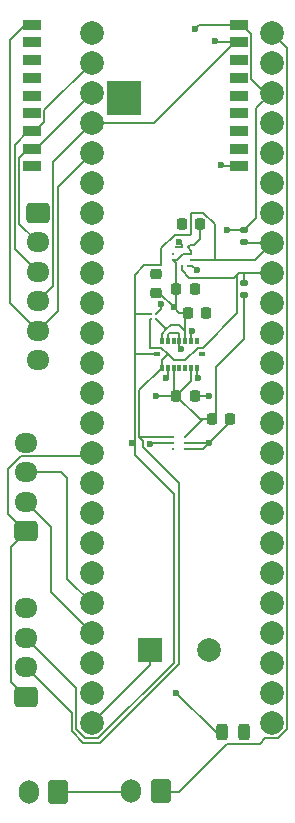
<source format=gbr>
%TF.GenerationSoftware,KiCad,Pcbnew,9.0.4*%
%TF.CreationDate,2025-10-31T11:16:09-04:00*%
%TF.ProjectId,Ethan PCB,45746861-6e20-4504-9342-2e6b69636164,rev?*%
%TF.SameCoordinates,Original*%
%TF.FileFunction,Copper,L2,Bot*%
%TF.FilePolarity,Positive*%
%FSLAX46Y46*%
G04 Gerber Fmt 4.6, Leading zero omitted, Abs format (unit mm)*
G04 Created by KiCad (PCBNEW 9.0.4) date 2025-10-31 11:16:09*
%MOMM*%
%LPD*%
G01*
G04 APERTURE LIST*
G04 Aperture macros list*
%AMRoundRect*
0 Rectangle with rounded corners*
0 $1 Rounding radius*
0 $2 $3 $4 $5 $6 $7 $8 $9 X,Y pos of 4 corners*
0 Add a 4 corners polygon primitive as box body*
4,1,4,$2,$3,$4,$5,$6,$7,$8,$9,$2,$3,0*
0 Add four circle primitives for the rounded corners*
1,1,$1+$1,$2,$3*
1,1,$1+$1,$4,$5*
1,1,$1+$1,$6,$7*
1,1,$1+$1,$8,$9*
0 Add four rect primitives between the rounded corners*
20,1,$1+$1,$2,$3,$4,$5,0*
20,1,$1+$1,$4,$5,$6,$7,0*
20,1,$1+$1,$6,$7,$8,$9,0*
20,1,$1+$1,$8,$9,$2,$3,0*%
G04 Aperture macros list end*
%TA.AperFunction,ComponentPad*%
%ADD10RoundRect,0.250000X0.600000X0.750000X-0.600000X0.750000X-0.600000X-0.750000X0.600000X-0.750000X0*%
%TD*%
%TA.AperFunction,ComponentPad*%
%ADD11O,1.700000X2.000000*%
%TD*%
%TA.AperFunction,ComponentPad*%
%ADD12C,2.000000*%
%TD*%
%TA.AperFunction,ComponentPad*%
%ADD13RoundRect,0.250000X-0.725000X0.600000X-0.725000X-0.600000X0.725000X-0.600000X0.725000X0.600000X0*%
%TD*%
%TA.AperFunction,ComponentPad*%
%ADD14O,1.950000X1.700000*%
%TD*%
%TA.AperFunction,ComponentPad*%
%ADD15RoundRect,0.250000X0.725000X-0.600000X0.725000X0.600000X-0.725000X0.600000X-0.725000X-0.600000X0*%
%TD*%
%TA.AperFunction,SMDPad,CuDef*%
%ADD16R,1.500000X0.900000*%
%TD*%
%TA.AperFunction,HeatsinkPad*%
%ADD17R,2.900000X2.900000*%
%TD*%
%TA.AperFunction,SMDPad,CuDef*%
%ADD18R,0.350000X0.590000*%
%TD*%
%TA.AperFunction,SMDPad,CuDef*%
%ADD19R,0.590000X0.350000*%
%TD*%
%TA.AperFunction,SMDPad,CuDef*%
%ADD20RoundRect,0.225000X0.250000X-0.225000X0.250000X0.225000X-0.250000X0.225000X-0.250000X-0.225000X0*%
%TD*%
%TA.AperFunction,SMDPad,CuDef*%
%ADD21RoundRect,0.225000X0.225000X0.250000X-0.225000X0.250000X-0.225000X-0.250000X0.225000X-0.250000X0*%
%TD*%
%TA.AperFunction,SMDPad,CuDef*%
%ADD22RoundRect,0.135000X0.185000X-0.135000X0.185000X0.135000X-0.185000X0.135000X-0.185000X-0.135000X0*%
%TD*%
%TA.AperFunction,SMDPad,CuDef*%
%ADD23R,0.279400X0.254000*%
%TD*%
%TA.AperFunction,SMDPad,CuDef*%
%ADD24R,0.254000X0.254000*%
%TD*%
%TA.AperFunction,SMDPad,CuDef*%
%ADD25RoundRect,0.225000X-0.225000X-0.250000X0.225000X-0.250000X0.225000X0.250000X-0.225000X0.250000X0*%
%TD*%
%TA.AperFunction,SMDPad,CuDef*%
%ADD26C,0.260000*%
%TD*%
%TA.AperFunction,SMDPad,CuDef*%
%ADD27RoundRect,0.135000X-0.185000X0.135000X-0.185000X-0.135000X0.185000X-0.135000X0.185000X0.135000X0*%
%TD*%
%TA.AperFunction,SMDPad,CuDef*%
%ADD28RoundRect,0.243750X0.243750X0.456250X-0.243750X0.456250X-0.243750X-0.456250X0.243750X-0.456250X0*%
%TD*%
%TA.AperFunction,SMDPad,CuDef*%
%ADD29C,0.203200*%
%TD*%
%TA.AperFunction,ComponentPad*%
%ADD30R,2.000000X2.000000*%
%TD*%
%TA.AperFunction,ViaPad*%
%ADD31C,0.600000*%
%TD*%
%TA.AperFunction,Conductor*%
%ADD32C,0.200000*%
%TD*%
%TA.AperFunction,Conductor*%
%ADD33C,0.150000*%
%TD*%
G04 APERTURE END LIST*
D10*
%TO.P,J2,1,Pin_1*%
%TO.N,Net-(D1-A)*%
X94900000Y-101500000D03*
D11*
%TO.P,J2,2,Pin_2*%
%TO.N,Net-(J2-Pin_2)*%
X92400000Y-101500000D03*
%TD*%
D12*
%TO.P,Teensy4.1,G2,GND*%
%TO.N,GND*%
X104305000Y-72855000D03*
%TO.P,Teensy4.1,G1,GND*%
X104305000Y-39835000D03*
%TO.P,Teensy4.1,G,GND*%
X89065000Y-37295000D03*
%TO.P,Teensy4.1,41,A17*%
%TO.N,unconnected-(Teensy4.1-A17-Pad41)*%
X104305000Y-75395000D03*
%TO.P,Teensy4.1,40,A16*%
%TO.N,unconnected-(Teensy4.1-A16-Pad40)*%
X104305000Y-77935000D03*
%TO.P,Teensy4.1,39,MISO1*%
%TO.N,unconnected-(Teensy4.1-MISO1-Pad39)*%
X104305000Y-80475000D03*
%TO.P,Teensy4.1,38,CS1*%
%TO.N,unconnected-(Teensy4.1-CS1-Pad38)*%
X104305000Y-83015000D03*
%TO.P,Teensy4.1,37,PWM*%
%TO.N,unconnected-(Teensy4.1-PWM-Pad37)*%
X104305000Y-85555000D03*
%TO.P,Teensy4.1,36,PWM*%
%TO.N,unconnected-(Teensy4.1-PWM-Pad36)*%
X104305000Y-88095000D03*
%TO.P,Teensy4.1,35,TX8*%
%TO.N,unconnected-(Teensy4.1-TX8-Pad35)*%
X104305000Y-90635000D03*
%TO.P,Teensy4.1,34,RX8*%
%TO.N,unconnected-(Teensy4.1-RX8-Pad34)*%
X104305000Y-93175000D03*
%TO.P,Teensy4.1,33,PWM*%
%TO.N,unconnected-(Teensy4.1-PWM-Pad33)*%
X104305000Y-95715000D03*
%TO.P,Teensy4.1,32,GPIO*%
%TO.N,Net-(BZ1-+)*%
X89065000Y-95715000D03*
%TO.P,Teensy4.1,31,GPIO*%
%TO.N,Net-(D2-A)*%
X89065000Y-93175000D03*
%TO.P,Teensy4.1,30,GPIO*%
%TO.N,unconnected-(Teensy4.1-GPIO-Pad30)*%
X89065000Y-90635000D03*
%TO.P,Teensy4.1,29,TX7*%
%TO.N,/<NO NET>*%
X89065000Y-88095000D03*
%TO.P,Teensy4.1,28,RX7*%
%TO.N,/RX2*%
X89065000Y-85555000D03*
%TO.P,Teensy4.1,27,SCK1*%
%TO.N,unconnected-(Teensy4.1-SCK1-Pad27)*%
X89065000Y-83015000D03*
%TO.P,Teensy4.1,26,MOSI1*%
%TO.N,unconnected-(Teensy4.1-MOSI1-Pad26)*%
X89065000Y-80475000D03*
%TO.P,Teensy4.1,25,SDA2*%
%TO.N,unconnected-(Teensy4.1-SDA2-Pad25)*%
X89065000Y-77935000D03*
%TO.P,Teensy4.1,24,SCL2*%
%TO.N,unconnected-(Teensy4.1-SCL2-Pad24)*%
X89065000Y-75395000D03*
%TO.P,Teensy4.1,23,PWM*%
%TO.N,unconnected-(Teensy4.1-PWM-Pad23)*%
X104305000Y-44915000D03*
%TO.P,Teensy4.1,22,PWM*%
%TO.N,unconnected-(Teensy4.1-PWM-Pad22)*%
X104305000Y-47455000D03*
%TO.P,Teensy4.1,21,RX5*%
%TO.N,unconnected-(Teensy4.1-RX5-Pad21)*%
X104305000Y-49995000D03*
%TO.P,Teensy4.1,20,TX5*%
%TO.N,unconnected-(Teensy4.1-TX5-Pad20)*%
X104305000Y-52535000D03*
%TO.P,Teensy4.1,19,SCL*%
%TO.N,SCL*%
X104305000Y-55075000D03*
%TO.P,Teensy4.1,18,SDA*%
%TO.N,SDA*%
X104305000Y-57615000D03*
%TO.P,Teensy4.1,17,A3*%
%TO.N,unconnected-(Teensy4.1-A3-Pad17)*%
X104305000Y-60155000D03*
%TO.P,Teensy4.1,16,A2*%
%TO.N,unconnected-(Teensy4.1-A2-Pad16)*%
X104305000Y-62695000D03*
%TO.P,Teensy4.1,15,A1*%
%TO.N,unconnected-(Teensy4.1-A1-Pad15)*%
X104305000Y-65235000D03*
%TO.P,Teensy4.1,14,A0*%
%TO.N,unconnected-(Teensy4.1-A0-Pad14)*%
X104305000Y-67775000D03*
%TO.P,Teensy4.1,13,SCK*%
%TO.N,unconnected-(Teensy4.1-SCK-Pad13)*%
X104305000Y-70315000D03*
%TO.P,Teensy4.1,12,MISO*%
%TO.N,unconnected-(Teensy4.1-MISO-Pad12)*%
X89065000Y-70315000D03*
%TO.P,Teensy4.1,11,MOSI*%
%TO.N,unconnected-(Teensy4.1-MOSI-Pad11)*%
X89065000Y-67775000D03*
%TO.P,Teensy4.1,10,CS*%
%TO.N,unconnected-(Teensy4.1-CS-Pad10)*%
X89065000Y-65235000D03*
%TO.P,Teensy4.1,9,PWM*%
%TO.N,unconnected-(Teensy4.1-PWM-Pad9)*%
X89065000Y-62695000D03*
%TO.P,Teensy4.1,8,TX2*%
%TO.N,unconnected-(Teensy4.1-TX2-Pad8)*%
X89065000Y-60155000D03*
%TO.P,Teensy4.1,7,RX2*%
%TO.N,unconnected-(Teensy4.1-RX2-Pad7)*%
X89065000Y-57615000D03*
%TO.P,Teensy4.1,6,PWM*%
%TO.N,unconnected-(Teensy4.1-PWM-Pad6)*%
X89065000Y-55075000D03*
%TO.P,Teensy4.1,5V,VIN*%
%TO.N,Net-(D1-A)*%
X104305000Y-37295000D03*
%TO.P,Teensy4.1,5,PWM*%
%TO.N,unconnected-(Teensy4.1-PWM-Pad5)*%
X89065000Y-52535000D03*
%TO.P,Teensy4.1,4,PWM*%
%TO.N,unconnected-(Teensy4.1-PWM-Pad4)*%
X89065000Y-49995000D03*
%TO.P,Teensy4.1,3V1,3.3V*%
%TO.N,+3.3V*%
X104305000Y-42375000D03*
%TO.P,Teensy4.1,3V,3.3V*%
X89065000Y-72855000D03*
%TO.P,Teensy4.1,3,PWM*%
%TO.N,/IO0*%
X89065000Y-47455000D03*
%TO.P,Teensy4.1,2,PWM*%
%TO.N,/EN*%
X89065000Y-44915000D03*
%TO.P,Teensy4.1,1,TX1*%
%TO.N,/TX1*%
X89065000Y-42375000D03*
%TO.P,Teensy4.1,0,RX1*%
%TO.N,/RX1*%
X89065000Y-39835000D03*
%TD*%
D13*
%TO.P,J5,1,Pin_1*%
%TO.N,+3.3V*%
X84500000Y-52500000D03*
D14*
%TO.P,J5,2,Pin_2*%
%TO.N,/TX1*%
X84500000Y-55000000D03*
%TO.P,J5,3,Pin_3*%
%TO.N,/RX1*%
X84500000Y-57500000D03*
%TO.P,J5,4,Pin_4*%
%TO.N,/EN*%
X84500000Y-60000000D03*
%TO.P,J5,5,Pin_5*%
%TO.N,/IO0*%
X84500000Y-62500000D03*
%TO.P,J5,6,Pin_6*%
%TO.N,GND*%
X84500000Y-65000000D03*
%TD*%
D10*
%TO.P,J4,1,Pin_1*%
%TO.N,Net-(J2-Pin_2)*%
X86250000Y-101525000D03*
D11*
%TO.P,J4,2,Pin_2*%
%TO.N,GND*%
X83750000Y-101525000D03*
%TD*%
D15*
%TO.P,J3,1,Pin_1*%
%TO.N,+3.3V*%
X83500000Y-93500000D03*
D14*
%TO.P,J3,2,Pin_2*%
%TO.N,SDA*%
X83500000Y-91000000D03*
%TO.P,J3,3,Pin_3*%
%TO.N,SCL*%
X83500000Y-88500000D03*
%TO.P,J3,4,Pin_4*%
%TO.N,GND*%
X83500000Y-86000000D03*
%TD*%
D15*
%TO.P,J1,1,Pin_1*%
%TO.N,+3.3V*%
X83500000Y-79500000D03*
D14*
%TO.P,J1,2,Pin_2*%
%TO.N,/<NO NET>*%
X83500000Y-77000000D03*
%TO.P,J1,3,Pin_3*%
%TO.N,/RX2*%
X83500000Y-74500000D03*
%TO.P,J1,4,Pin_4*%
%TO.N,GND*%
X83500000Y-72000000D03*
%TD*%
D16*
%TO.P,U4,1,3V3*%
%TO.N,+3.3V*%
X101500000Y-36600000D03*
%TO.P,U4,2,EN*%
%TO.N,/EN*%
X101500000Y-38100000D03*
%TO.P,U4,3,IO4*%
%TO.N,unconnected-(U4-IO4-Pad3)*%
X101500000Y-39600000D03*
%TO.P,U4,4,IO5*%
%TO.N,unconnected-(U4-IO5-Pad4)*%
X101500000Y-41100000D03*
%TO.P,U4,5,IO6*%
%TO.N,unconnected-(U4-IO6-Pad5)*%
X101500000Y-42600000D03*
%TO.P,U4,6,IO7*%
%TO.N,unconnected-(U4-IO7-Pad6)*%
X101500000Y-44100000D03*
%TO.P,U4,7,IO8*%
%TO.N,unconnected-(U4-IO8-Pad7)*%
X101500000Y-45600000D03*
%TO.P,U4,8,IO9*%
%TO.N,unconnected-(U4-IO9-Pad8)*%
X101500000Y-47100000D03*
%TO.P,U4,9,GND*%
%TO.N,GND*%
X101500000Y-48600000D03*
%TO.P,U4,10,IO10*%
%TO.N,unconnected-(U4-IO10-Pad10)*%
X84000000Y-48600000D03*
%TO.P,U4,11,IO20/RXD*%
%TO.N,/TX1*%
X84000000Y-47100000D03*
%TO.P,U4,12,IO21/TXD*%
%TO.N,/RX1*%
X84000000Y-45600000D03*
%TO.P,U4,13,IO18*%
%TO.N,unconnected-(U4-IO18-Pad13)*%
X84000000Y-44100000D03*
%TO.P,U4,14,IO19*%
%TO.N,unconnected-(U4-IO19-Pad14)*%
X84000000Y-42600000D03*
%TO.P,U4,15,IO3*%
%TO.N,unconnected-(U4-IO3-Pad15)*%
X84000000Y-41100000D03*
%TO.P,U4,16,IO2*%
%TO.N,unconnected-(U4-IO2-Pad16)*%
X84000000Y-39600000D03*
%TO.P,U4,17,IO1*%
%TO.N,unconnected-(U4-IO1-Pad17)*%
X84000000Y-38100000D03*
%TO.P,U4,18,IO0*%
%TO.N,/IO0*%
X84000000Y-36600000D03*
D17*
%TO.P,U4,19,GND*%
%TO.N,GND*%
X91790000Y-42800000D03*
%TD*%
D18*
%TO.P,U5,1,INT2*%
%TO.N,unconnected-(U5-INT2-Pad1)*%
X98000000Y-63335000D03*
%TO.P,U5,2,NC*%
%TO.N,GND*%
X97500000Y-63335000D03*
%TO.P,U5,3,VDD*%
%TO.N,+3.3V*%
X97000000Y-63335000D03*
%TO.P,U5,4,GNDA*%
%TO.N,GND*%
X96500000Y-63335000D03*
%TO.P,U5,5,CSB2*%
%TO.N,unconnected-(U5-CSB2-Pad5)*%
X96000000Y-63335000D03*
%TO.P,U5,6,GNDIO*%
%TO.N,GND*%
X95500000Y-63335000D03*
%TO.P,U5,7,PS*%
%TO.N,+3.3V*%
X95000000Y-63335000D03*
D19*
%TO.P,U5,8,SCL/SCK*%
%TO.N,SCL*%
X94585000Y-64500000D03*
D18*
%TO.P,U5,9,SDA/SDI*%
%TO.N,SDA*%
X95000000Y-65665000D03*
%TO.P,U5,10,SDO2*%
%TO.N,GND*%
X95500000Y-65665000D03*
%TO.P,U5,11,VDDIO*%
%TO.N,+3.3V*%
X96000000Y-65665000D03*
%TO.P,U5,12,INT3*%
%TO.N,unconnected-(U5-INT3-Pad12)*%
X96500000Y-65665000D03*
%TO.P,U5,13,INT4*%
%TO.N,unconnected-(U5-INT4-Pad13)*%
X97000000Y-65665000D03*
%TO.P,U5,14,CSB1*%
%TO.N,+3.3V*%
X97500000Y-65665000D03*
%TO.P,U5,15,SDO1*%
%TO.N,GND*%
X98000000Y-65665000D03*
D19*
%TO.P,U5,16,INT1*%
%TO.N,unconnected-(U5-INT1-Pad16)*%
X98415000Y-64500000D03*
%TD*%
D20*
%TO.P,C6,1*%
%TO.N,+3.3V*%
X94500000Y-59275000D03*
%TO.P,C6,2*%
%TO.N,GND*%
X94500000Y-57725000D03*
%TD*%
D21*
%TO.P,C7,1*%
%TO.N,GND*%
X100775000Y-70000000D03*
%TO.P,C7,2*%
%TO.N,+3.3V*%
X99225000Y-70000000D03*
%TD*%
D22*
%TO.P,R1,1*%
%TO.N,SCL*%
X102000000Y-55010000D03*
%TO.P,R1,2*%
%TO.N,+3.3V*%
X102000000Y-53990000D03*
%TD*%
D23*
%TO.P,U2,1,VDDIO*%
%TO.N,+3.3V*%
X97445301Y-55976999D03*
%TO.P,U2,2,SCK*%
%TO.N,SCL*%
X97445301Y-56476999D03*
D24*
%TO.P,U2,3,VSS*%
%TO.N,GND*%
X97184999Y-57000000D03*
%TO.P,U2,4,SDI*%
%TO.N,SDA*%
X96685000Y-57000000D03*
%TO.P,U2,5,SDO*%
%TO.N,+3.3V*%
X96185001Y-57000000D03*
D23*
%TO.P,U2,6,CSB*%
X95924699Y-56476999D03*
%TO.P,U2,7,INT*%
%TO.N,unconnected-(U2-INT-Pad7)*%
X95924699Y-55976999D03*
D24*
%TO.P,U2,8,VSS*%
%TO.N,GND*%
X96185001Y-55453998D03*
%TO.P,U2,9,VSS*%
X96685000Y-55453998D03*
%TO.P,U2,10,VDD*%
%TO.N,+3.3V*%
X97184999Y-55453998D03*
%TD*%
D25*
%TO.P,C4,1*%
%TO.N,+3.3V*%
X96225000Y-59000000D03*
%TO.P,C4,2*%
%TO.N,GND*%
X97775000Y-59000000D03*
%TD*%
D21*
%TO.P,C3,1*%
%TO.N,GND*%
X97775000Y-68000000D03*
%TO.P,C3,2*%
%TO.N,+3.3V*%
X96225000Y-68000000D03*
%TD*%
D26*
%TO.P,U1,A1,VDD*%
%TO.N,+3.3V*%
X96975000Y-71490000D03*
%TO.P,U1,A2,SDA*%
%TO.N,SDA*%
X95975000Y-71490000D03*
%TO.P,U1,B1,ADDR*%
%TO.N,GND*%
X96975000Y-71990000D03*
%TO.P,U1,B2,SCL*%
%TO.N,SCL*%
X95975000Y-71990000D03*
%TO.P,U1,C1,GND*%
%TO.N,GND*%
X96975000Y-72490000D03*
%TO.P,U1,C2,DRDY/INT*%
%TO.N,unconnected-(U1-DRDY{slash}INT-PadC2)*%
X95975000Y-72490000D03*
%TD*%
D25*
%TO.P,C5,1*%
%TO.N,+3.3V*%
X97225000Y-61000000D03*
%TO.P,C5,2*%
%TO.N,GND*%
X98775000Y-61000000D03*
%TD*%
D27*
%TO.P,R2,1*%
%TO.N,SDA*%
X102000000Y-58490000D03*
%TO.P,R2,2*%
%TO.N,+3.3V*%
X102000000Y-59510000D03*
%TD*%
D28*
%TO.P,D2,1,K*%
%TO.N,GND*%
X101937500Y-96500000D03*
%TO.P,D2,2,A*%
%TO.N,Net-(D2-A)*%
X100062500Y-96500000D03*
%TD*%
D29*
%TO.P,U3,A1,VSA*%
%TO.N,GND*%
X94500000Y-61100000D03*
%TO.P,U3,A2,SCL*%
%TO.N,SCL*%
X94100000Y-61100000D03*
%TO.P,U3,B1,VDD*%
%TO.N,+3.3V*%
X94500000Y-61500000D03*
%TO.P,U3,B2,SDA*%
%TO.N,SDA*%
X94100000Y-61500000D03*
%TD*%
D25*
%TO.P,C2,1*%
%TO.N,GND*%
X96725000Y-53500000D03*
%TO.P,C2,2*%
%TO.N,+3.3V*%
X98275000Y-53500000D03*
%TD*%
D30*
%TO.P,BZ1,1,+*%
%TO.N,Net-(BZ1-+)*%
X94000000Y-89500000D03*
D12*
%TO.P,BZ1,2,-*%
%TO.N,GND*%
X99000000Y-89500000D03*
%TD*%
D31*
%TO.N,+3.3V*%
X94500000Y-68000000D03*
%TO.N,GND*%
X97775000Y-59000000D03*
X94927775Y-60276305D03*
X91240000Y-41700000D03*
X101937500Y-96500000D03*
X98100000Y-66500000D03*
X96600000Y-64076514D03*
X98000000Y-57400000D03*
X100000000Y-48500000D03*
X99000000Y-72000000D03*
X94500000Y-57725000D03*
X97600000Y-62500000D03*
X96500000Y-55000000D03*
X96725000Y-53500000D03*
X98775000Y-61000000D03*
X99000000Y-68000000D03*
X95400000Y-66500000D03*
%TO.N,+3.3V*%
X100500000Y-54000000D03*
X97775000Y-37000000D03*
X96000000Y-60500000D03*
X98275000Y-53500000D03*
%TO.N,Net-(D2-A)*%
X96237500Y-93175000D03*
%TO.N,SCL*%
X94000000Y-72090000D03*
X92500000Y-72000000D03*
%TO.N,/EN*%
X99500000Y-38010000D03*
%TD*%
D32*
%TO.N,+3.3V*%
X97445301Y-55714300D02*
X97184999Y-55453998D01*
X97445301Y-55976999D02*
X97445301Y-55714300D01*
X96225000Y-68000000D02*
X94500000Y-68000000D01*
%TO.N,Net-(BZ1-+)*%
X94000000Y-90780000D02*
X89065000Y-95715000D01*
X94000000Y-89500000D02*
X94000000Y-90780000D01*
%TO.N,GND*%
X98000000Y-57400000D02*
X97600000Y-57000000D01*
X95500000Y-62830100D02*
X95591100Y-62739000D01*
X100775000Y-70225000D02*
X99000000Y-72000000D01*
X98510000Y-72490000D02*
X99000000Y-72000000D01*
X96500000Y-63335000D02*
X96500000Y-62763000D01*
X96685000Y-55453998D02*
X96685000Y-55185000D01*
D33*
X94927775Y-60672225D02*
X94500000Y-61100000D01*
D32*
X97500000Y-62600000D02*
X97600000Y-62500000D01*
X95500000Y-63335000D02*
X95500000Y-62830100D01*
X97600000Y-57000000D02*
X97184999Y-57000000D01*
X95400000Y-66500000D02*
X95500000Y-66400000D01*
X96975000Y-72490000D02*
X98510000Y-72490000D01*
X98990000Y-71990000D02*
X99000000Y-72000000D01*
X96500000Y-62763000D02*
X96476000Y-62739000D01*
X100100000Y-48600000D02*
X100000000Y-48500000D01*
X95500000Y-66400000D02*
X95500000Y-65665000D01*
X96685000Y-55185000D02*
X96500000Y-55000000D01*
D33*
X94927775Y-60276305D02*
X94927775Y-60672225D01*
D32*
X97775000Y-68000000D02*
X97775000Y-67725000D01*
X96685000Y-55453998D02*
X96185001Y-55453998D01*
X97500000Y-63335000D02*
X97500000Y-62600000D01*
X97775000Y-68000000D02*
X99000000Y-68000000D01*
X98100000Y-66500000D02*
X98000000Y-66400000D01*
X100775000Y-70000000D02*
X100775000Y-70225000D01*
X96500000Y-63976514D02*
X96600000Y-64076514D01*
X96975000Y-71990000D02*
X98990000Y-71990000D01*
X96476000Y-62739000D02*
X95591100Y-62739000D01*
X98000000Y-66400000D02*
X98000000Y-65665000D01*
X95500000Y-65665000D02*
X95476000Y-65641000D01*
X101500000Y-48600000D02*
X100100000Y-48600000D01*
X96500000Y-63335000D02*
X96500000Y-63976514D01*
%TO.N,+3.3V*%
X102551000Y-37351000D02*
X101800000Y-36600000D01*
X83500000Y-78752760D02*
X83500000Y-79500000D01*
X95763000Y-62000000D02*
X96500000Y-62000000D01*
X83500000Y-79500000D02*
X82224000Y-80776000D01*
X101800000Y-36600000D02*
X101500000Y-36600000D01*
X97500000Y-66725000D02*
X97500000Y-65665000D01*
X96500000Y-62000000D02*
X97000000Y-62500000D01*
X102000000Y-53990000D02*
X103004000Y-52986000D01*
X98465000Y-70000000D02*
X96975000Y-71490000D01*
X96225000Y-57039999D02*
X96185001Y-57000000D01*
X98225000Y-70000000D02*
X98465000Y-70000000D01*
X98275000Y-54725000D02*
X98275000Y-53500000D01*
D33*
X94500000Y-61500000D02*
X95381500Y-62381500D01*
D32*
X89065000Y-72855000D02*
X88769000Y-73151000D01*
X100510000Y-53990000D02*
X100500000Y-54000000D01*
X97445301Y-55976999D02*
X96793399Y-55976999D01*
X96225000Y-59000000D02*
X96225000Y-57039999D01*
X88769000Y-73151000D02*
X83096240Y-73151000D01*
X97000000Y-62500000D02*
X97000000Y-61225000D01*
X102000000Y-63167000D02*
X99601000Y-65566000D01*
X97000000Y-63335000D02*
X97000000Y-62500000D01*
X101500000Y-36600000D02*
X98175000Y-36600000D01*
X103004000Y-52986000D02*
X103004000Y-52500000D01*
X82000000Y-74247240D02*
X82000000Y-78000000D01*
X95000000Y-62763000D02*
X95381500Y-62381500D01*
X98175000Y-36600000D02*
X97775000Y-37000000D01*
X96225000Y-68000000D02*
X98225000Y-70000000D01*
X99225000Y-70000000D02*
X98465000Y-70000000D01*
X95381500Y-62381500D02*
X95763000Y-62000000D01*
X82224000Y-92224000D02*
X83500000Y-93500000D01*
X97184999Y-55453998D02*
X97363997Y-55275000D01*
X94775000Y-59275000D02*
X96000000Y-60500000D01*
X104305000Y-42375000D02*
X103737900Y-42375000D01*
X96293399Y-56476999D02*
X95924699Y-56476999D01*
X96000000Y-67775000D02*
X96000000Y-65665000D01*
X103737900Y-42375000D02*
X102551000Y-41188100D01*
X82224000Y-80776000D02*
X82224000Y-92224000D01*
X99601000Y-69624000D02*
X99225000Y-70000000D01*
X96225000Y-60275000D02*
X96000000Y-60500000D01*
X97000000Y-61225000D02*
X97225000Y-61000000D01*
X85051000Y-51949000D02*
X84500000Y-52500000D01*
X95000000Y-63335000D02*
X95000000Y-62763000D01*
X96225000Y-59000000D02*
X96225000Y-60275000D01*
X89065000Y-72855000D02*
X89065000Y-73187760D01*
X97725000Y-55275000D02*
X98275000Y-54725000D01*
X97363997Y-55275000D02*
X97725000Y-55275000D01*
X82000000Y-78000000D02*
X83500000Y-79500000D01*
X99601000Y-65566000D02*
X99601000Y-69624000D01*
X103004000Y-43676000D02*
X104305000Y-42375000D01*
X103004000Y-52500000D02*
X103004000Y-43676000D01*
X96225000Y-68000000D02*
X96000000Y-67775000D01*
X96793399Y-55976999D02*
X96293399Y-56476999D01*
X96185001Y-56737301D02*
X95924699Y-56476999D01*
X102551000Y-41188100D02*
X102551000Y-37351000D01*
X96225000Y-68000000D02*
X97500000Y-66725000D01*
X83096240Y-73151000D02*
X82000000Y-74247240D01*
X96185001Y-57000000D02*
X96185001Y-56737301D01*
X96500000Y-61000000D02*
X96000000Y-60500000D01*
X102000000Y-53990000D02*
X100510000Y-53990000D01*
X102000000Y-59510000D02*
X102000000Y-63167000D01*
X94500000Y-59275000D02*
X94775000Y-59275000D01*
X97225000Y-61000000D02*
X96500000Y-61000000D01*
%TO.N,Net-(D1-A)*%
X104305000Y-37295000D02*
X105606000Y-38596000D01*
X103282108Y-97500000D02*
X100500000Y-97500000D01*
X104843892Y-97016000D02*
X103766108Y-97016000D01*
X105606000Y-38596000D02*
X105606000Y-96253892D01*
X105606000Y-96253892D02*
X104843892Y-97016000D01*
X103766108Y-97016000D02*
X103282108Y-97500000D01*
X100500000Y-97500000D02*
X96475000Y-101525000D01*
X96475000Y-101525000D02*
X95250000Y-101525000D01*
%TO.N,Net-(D2-A)*%
X99562500Y-96500000D02*
X96237500Y-93175000D01*
X100062500Y-96500000D02*
X99562500Y-96500000D01*
%TO.N,/RX2*%
X87000000Y-75000000D02*
X86500000Y-74500000D01*
X86500000Y-74500000D02*
X83500000Y-74500000D01*
X87000000Y-83490000D02*
X87000000Y-75000000D01*
X89065000Y-85555000D02*
X87000000Y-83490000D01*
%TO.N,/<NO NET>*%
X85625000Y-84655000D02*
X89065000Y-88095000D01*
X85625000Y-79125000D02*
X85625000Y-84655000D01*
X83500000Y-77000000D02*
X85625000Y-79125000D01*
%TO.N,Net-(J2-Pin_2)*%
X92750000Y-101525000D02*
X86250000Y-101525000D01*
X86275000Y-101500000D02*
X86250000Y-101525000D01*
%TO.N,SDA*%
X102000000Y-58490000D02*
X102000000Y-57615000D01*
X93100000Y-71500000D02*
X93100000Y-67565000D01*
X96000000Y-65000000D02*
X97000000Y-65000000D01*
X97000000Y-65000000D02*
X98069000Y-63931000D01*
X93399000Y-71841057D02*
X93420028Y-71820028D01*
X101379000Y-61028000D02*
X101379000Y-57736000D01*
X97328999Y-58000000D02*
X96685000Y-57356001D01*
X104305000Y-57615000D02*
X102000000Y-57615000D01*
X89769992Y-97417000D02*
X96500000Y-90686992D01*
X98069000Y-63931000D02*
X98476000Y-63931000D01*
X83500000Y-91000000D02*
X87363000Y-94863000D01*
X95500000Y-64500000D02*
X96000000Y-65000000D01*
X87363000Y-96419992D02*
X88360008Y-97417000D01*
X101379000Y-57736000D02*
X101500000Y-57615000D01*
X88360008Y-97417000D02*
X89769992Y-97417000D01*
X98476000Y-63931000D02*
X101379000Y-61028000D01*
X95000000Y-65000000D02*
X95500000Y-64500000D01*
D33*
X93998400Y-61601600D02*
X93998400Y-63947400D01*
X94100000Y-61500000D02*
X93998400Y-61601600D01*
D32*
X96685000Y-57356001D02*
X96685000Y-57000000D01*
D33*
X93998400Y-63947400D02*
X94947400Y-63947400D01*
D32*
X95975000Y-71490000D02*
X93110000Y-71490000D01*
X102000000Y-57615000D02*
X101500000Y-57615000D01*
X93399000Y-72338943D02*
X93399000Y-71841057D01*
X93100000Y-67565000D02*
X95000000Y-65665000D01*
X93420028Y-71820028D02*
X93100000Y-71500000D01*
X101500000Y-57615000D02*
X101115000Y-58000000D01*
X96500000Y-75439943D02*
X93399000Y-72338943D01*
X93110000Y-71490000D02*
X93100000Y-71500000D01*
X95000000Y-65665000D02*
X95000000Y-65000000D01*
X101115000Y-58000000D02*
X97328999Y-58000000D01*
X87363000Y-94863000D02*
X87363000Y-96419992D01*
D33*
X94947400Y-63947400D02*
X95500000Y-64500000D01*
D32*
X96500000Y-90686992D02*
X96500000Y-75439943D01*
%TO.N,SCL*%
X98500000Y-52500000D02*
X99500000Y-53500000D01*
X93524110Y-56974000D02*
X94974110Y-56974000D01*
X94585000Y-64500000D02*
X92699000Y-64500000D01*
X92699000Y-64500000D02*
X92699000Y-73000000D01*
X92699000Y-73000000D02*
X96000000Y-76301000D01*
X87764000Y-92764000D02*
X83500000Y-88500000D01*
X104305000Y-55075000D02*
X102065000Y-55075000D01*
X97399000Y-54399000D02*
X97500000Y-54298000D01*
D33*
X94100000Y-61100000D02*
X92799000Y-61100000D01*
D32*
X96000000Y-76301000D02*
X96000000Y-90619892D01*
X97500000Y-52500000D02*
X98500000Y-52500000D01*
X87764000Y-96253892D02*
X87764000Y-92764000D01*
X96101000Y-54399000D02*
X97399000Y-54399000D01*
X97500000Y-54298000D02*
X97500000Y-52500000D01*
X94974110Y-55525890D02*
X96101000Y-54399000D01*
D33*
X92799000Y-61100000D02*
X92699000Y-61000000D01*
D32*
X99500000Y-53500000D02*
X99500000Y-56476999D01*
X92699000Y-61000000D02*
X92699000Y-57799110D01*
X89603892Y-97016000D02*
X88526108Y-97016000D01*
X88526108Y-97016000D02*
X87764000Y-96253892D01*
X94100000Y-71990000D02*
X94000000Y-72090000D01*
X92699000Y-64500000D02*
X92699000Y-61000000D01*
X95975000Y-71990000D02*
X94100000Y-71990000D01*
X99500000Y-56476999D02*
X97445301Y-56476999D01*
X96000000Y-90619892D02*
X89603892Y-97016000D01*
X102065000Y-55075000D02*
X102000000Y-55010000D01*
X102903001Y-56476999D02*
X99500000Y-56476999D01*
X104305000Y-55075000D02*
X102903001Y-56476999D01*
X92699000Y-57799110D02*
X93524110Y-56974000D01*
X94974110Y-56974000D02*
X94974110Y-55525890D01*
%TO.N,/EN*%
X101200000Y-38100000D02*
X101500000Y-38100000D01*
X99590000Y-38100000D02*
X99500000Y-38010000D01*
X85776000Y-58724000D02*
X85776000Y-48204000D01*
X101500000Y-38100000D02*
X99590000Y-38100000D01*
X85776000Y-48204000D02*
X89065000Y-44915000D01*
X84500000Y-60000000D02*
X85776000Y-58724000D01*
X94385000Y-44915000D02*
X101200000Y-38100000D01*
X89065000Y-44915000D02*
X94385000Y-44915000D01*
%TO.N,/IO0*%
X86177000Y-60823000D02*
X86177000Y-52000000D01*
X84000000Y-36600000D02*
X83400000Y-36600000D01*
X86177000Y-51500000D02*
X86177000Y-50343000D01*
X86177000Y-50343000D02*
X89065000Y-47455000D01*
X82147000Y-60147000D02*
X84500000Y-62500000D01*
X82147000Y-37853000D02*
X82147000Y-60147000D01*
X84500000Y-62500000D02*
X86177000Y-60823000D01*
X83400000Y-36600000D02*
X82147000Y-37853000D01*
X86177000Y-52000000D02*
X86177000Y-51500000D01*
%TO.N,/TX1*%
X83700000Y-47100000D02*
X84000000Y-47100000D01*
X84500000Y-55000000D02*
X82949000Y-53449000D01*
X82949000Y-47851000D02*
X83700000Y-47100000D01*
X82949000Y-53449000D02*
X82949000Y-47851000D01*
X89065000Y-42375000D02*
X84340000Y-47100000D01*
X84340000Y-47100000D02*
X84000000Y-47100000D01*
%TO.N,/RX1*%
X84500000Y-57500000D02*
X82548000Y-55548000D01*
X83700000Y-45600000D02*
X84000000Y-45600000D01*
X82548000Y-46752000D02*
X83700000Y-45600000D01*
X85051000Y-43849000D02*
X85051000Y-44849000D01*
X89065000Y-39835000D02*
X85051000Y-43849000D01*
X82548000Y-55548000D02*
X82548000Y-46752000D01*
X85051000Y-44849000D02*
X84300000Y-45600000D01*
X84300000Y-45600000D02*
X84000000Y-45600000D01*
%TD*%
M02*

</source>
